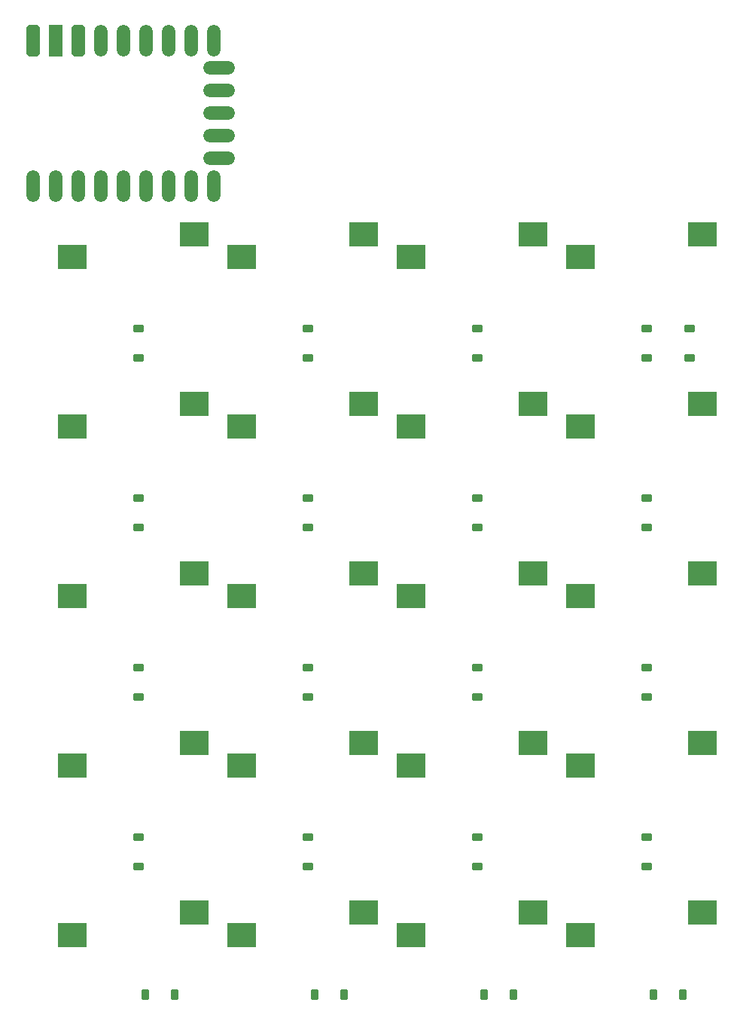
<source format=gbr>
%TF.GenerationSoftware,KiCad,Pcbnew,9.0.3*%
%TF.CreationDate,2025-08-11T00:10:58+09:00*%
%TF.ProjectId,tenkey_v3,74656e6b-6579-45f7-9633-2e6b69636164,rev?*%
%TF.SameCoordinates,Original*%
%TF.FileFunction,Paste,Bot*%
%TF.FilePolarity,Positive*%
%FSLAX46Y46*%
G04 Gerber Fmt 4.6, Leading zero omitted, Abs format (unit mm)*
G04 Created by KiCad (PCBNEW 9.0.3) date 2025-08-11 00:10:58*
%MOMM*%
%LPD*%
G01*
G04 APERTURE LIST*
G04 Aperture macros list*
%AMRoundRect*
0 Rectangle with rounded corners*
0 $1 Rounding radius*
0 $2 $3 $4 $5 $6 $7 $8 $9 X,Y pos of 4 corners*
0 Add a 4 corners polygon primitive as box body*
4,1,4,$2,$3,$4,$5,$6,$7,$8,$9,$2,$3,0*
0 Add four circle primitives for the rounded corners*
1,1,$1+$1,$2,$3*
1,1,$1+$1,$4,$5*
1,1,$1+$1,$6,$7*
1,1,$1+$1,$8,$9*
0 Add four rect primitives between the rounded corners*
20,1,$1+$1,$2,$3,$4,$5,0*
20,1,$1+$1,$4,$5,$6,$7,0*
20,1,$1+$1,$6,$7,$8,$9,0*
20,1,$1+$1,$8,$9,$2,$3,0*%
%AMOutline5P*
0 Free polygon, 5 corners , with rotation*
0 The origin of the aperture is its center*
0 number of corners: always 5*
0 $1 to $10 corner X, Y*
0 $11 Rotation angle, in degrees counterclockwise*
0 create outline with 5 corners*
4,1,5,$1,$2,$3,$4,$5,$6,$7,$8,$9,$10,$1,$2,$11*%
%AMOutline6P*
0 Free polygon, 6 corners , with rotation*
0 The origin of the aperture is its center*
0 number of corners: always 6*
0 $1 to $12 corner X, Y*
0 $13 Rotation angle, in degrees counterclockwise*
0 create outline with 6 corners*
4,1,6,$1,$2,$3,$4,$5,$6,$7,$8,$9,$10,$11,$12,$1,$2,$13*%
%AMOutline7P*
0 Free polygon, 7 corners , with rotation*
0 The origin of the aperture is its center*
0 number of corners: always 7*
0 $1 to $14 corner X, Y*
0 $15 Rotation angle, in degrees counterclockwise*
0 create outline with 7 corners*
4,1,7,$1,$2,$3,$4,$5,$6,$7,$8,$9,$10,$11,$12,$13,$14,$1,$2,$15*%
%AMOutline8P*
0 Free polygon, 8 corners , with rotation*
0 The origin of the aperture is its center*
0 number of corners: always 8*
0 $1 to $16 corner X, Y*
0 $17 Rotation angle, in degrees counterclockwise*
0 create outline with 8 corners*
4,1,8,$1,$2,$3,$4,$5,$6,$7,$8,$9,$10,$11,$12,$13,$14,$15,$16,$1,$2,$17*%
G04 Aperture macros list end*
%ADD10R,3.200000X2.780000*%
%ADD11RoundRect,0.225000X0.375000X-0.225000X0.375000X0.225000X-0.375000X0.225000X-0.375000X-0.225000X0*%
%ADD12RoundRect,0.225000X-0.225000X-0.375000X0.225000X-0.375000X0.225000X0.375000X-0.225000X0.375000X0*%
%ADD13O,1.500000X3.600000*%
%ADD14O,3.600000X1.500000*%
%ADD15Outline8P,-1.800000X0.450000X-1.500000X0.750000X1.500000X0.750000X1.800000X0.450000X1.800000X-0.450000X1.500000X-0.750000X-1.500000X-0.750000X-1.800000X-0.450000X270.000000*%
%ADD16R,1.500000X3.600000*%
G04 APERTURE END LIST*
D10*
%TO.C,SW19*%
X163987000Y-121285000D03*
X177670000Y-118745000D03*
%TD*%
%TO.C,SW13*%
X144937000Y-102235000D03*
X158620000Y-99695000D03*
%TD*%
%TO.C,SW15*%
X144937000Y-140335000D03*
X158620000Y-137795000D03*
%TD*%
%TO.C,SW18*%
X163987000Y-102235000D03*
X177670000Y-99695000D03*
%TD*%
%TO.C,SW16*%
X163987000Y-64135000D03*
X177670000Y-61595000D03*
%TD*%
%TO.C,SW3*%
X106837000Y-102235000D03*
X120520000Y-99695000D03*
%TD*%
%TO.C,SW7*%
X125887000Y-83185000D03*
X139570000Y-80645000D03*
%TD*%
%TO.C,SW11*%
X144937000Y-64135000D03*
X158620000Y-61595000D03*
%TD*%
%TO.C,SW2*%
X106837000Y-83185000D03*
X120520000Y-80645000D03*
%TD*%
%TO.C,SW12*%
X144937000Y-83185000D03*
X158620000Y-80645000D03*
%TD*%
%TO.C,SW4*%
X106837000Y-121285000D03*
X120520000Y-118745000D03*
%TD*%
%TO.C,SW17*%
X163987000Y-83185000D03*
X177670000Y-80645000D03*
%TD*%
%TO.C,SW5*%
X106837000Y-140335000D03*
X120520000Y-137795000D03*
%TD*%
%TO.C,SW6*%
X125887000Y-64135000D03*
X139570000Y-61595000D03*
%TD*%
%TO.C,SW1*%
X106837000Y-64135000D03*
X120520000Y-61595000D03*
%TD*%
%TO.C,SW20*%
X163987000Y-140335000D03*
X177670000Y-137795000D03*
%TD*%
%TO.C,SW9*%
X125887000Y-121285000D03*
X139570000Y-118745000D03*
%TD*%
%TO.C,SW10*%
X125887000Y-140335000D03*
X139570000Y-137795000D03*
%TD*%
%TO.C,SW14*%
X144937000Y-121285000D03*
X158620000Y-118745000D03*
%TD*%
%TO.C,SW8*%
X125887000Y-102235000D03*
X139570000Y-99695000D03*
%TD*%
D11*
%TO.C,D3*%
X114300000Y-113568750D03*
X114300000Y-110268750D03*
%TD*%
D12*
%TO.C,D5*%
X115031250Y-147000000D03*
X118331250Y-147000000D03*
%TD*%
D11*
%TO.C,D7*%
X133350000Y-94518750D03*
X133350000Y-91218750D03*
%TD*%
D12*
%TO.C,D10*%
X134081250Y-147000000D03*
X137381250Y-147000000D03*
%TD*%
D11*
%TO.C,D14*%
X152400000Y-132618750D03*
X152400000Y-129318750D03*
%TD*%
D12*
%TO.C,D20*%
X172181250Y-147000000D03*
X175481250Y-147000000D03*
%TD*%
D11*
%TO.C,D9*%
X133350000Y-132618750D03*
X133350000Y-129318750D03*
%TD*%
D13*
%TO.C,U1*%
X102447300Y-56176000D03*
X104987300Y-56176000D03*
X107527300Y-56176000D03*
X110067300Y-56176000D03*
X112607300Y-56176000D03*
X115147300Y-56176000D03*
X117687300Y-56176000D03*
X120227300Y-56176000D03*
X122767300Y-56176000D03*
D14*
X123317300Y-53086000D03*
X123317300Y-50546000D03*
X123317300Y-48006000D03*
X123317300Y-45466000D03*
X123317300Y-42926000D03*
D13*
X122767300Y-39836000D03*
X120227300Y-39836000D03*
X117687300Y-39836000D03*
X115147300Y-39836000D03*
X112607300Y-39836000D03*
X110067300Y-39836000D03*
D15*
X107527300Y-39836000D03*
D16*
X104987300Y-39836000D03*
D15*
X102447300Y-39836000D03*
%TD*%
D11*
%TO.C,D6*%
X133350000Y-75468750D03*
X133350000Y-72168750D03*
%TD*%
%TO.C,D2*%
X114300000Y-94518750D03*
X114300000Y-91218750D03*
%TD*%
D12*
%TO.C,D15*%
X153131250Y-147000000D03*
X156431250Y-147000000D03*
%TD*%
D11*
%TO.C,D16*%
X171450000Y-75468750D03*
X171450000Y-72168750D03*
%TD*%
%TO.C,D12*%
X152400000Y-94518750D03*
X152400000Y-91218750D03*
%TD*%
%TO.C,D13*%
X152400000Y-113568750D03*
X152400000Y-110268750D03*
%TD*%
%TO.C,D8*%
X133350000Y-113568750D03*
X133350000Y-110268750D03*
%TD*%
%TO.C,D17*%
X171450000Y-94518750D03*
X171450000Y-91218750D03*
%TD*%
%TO.C,D11*%
X152400000Y-75468750D03*
X152400000Y-72168750D03*
%TD*%
%TO.C,D21*%
X176212500Y-75468750D03*
X176212500Y-72168750D03*
%TD*%
%TO.C,D18*%
X171450000Y-113568750D03*
X171450000Y-110268750D03*
%TD*%
%TO.C,D1*%
X114300000Y-75468750D03*
X114300000Y-72168750D03*
%TD*%
%TO.C,D4*%
X114300000Y-132618750D03*
X114300000Y-129318750D03*
%TD*%
%TO.C,D19*%
X171450000Y-132618750D03*
X171450000Y-129318750D03*
%TD*%
M02*

</source>
